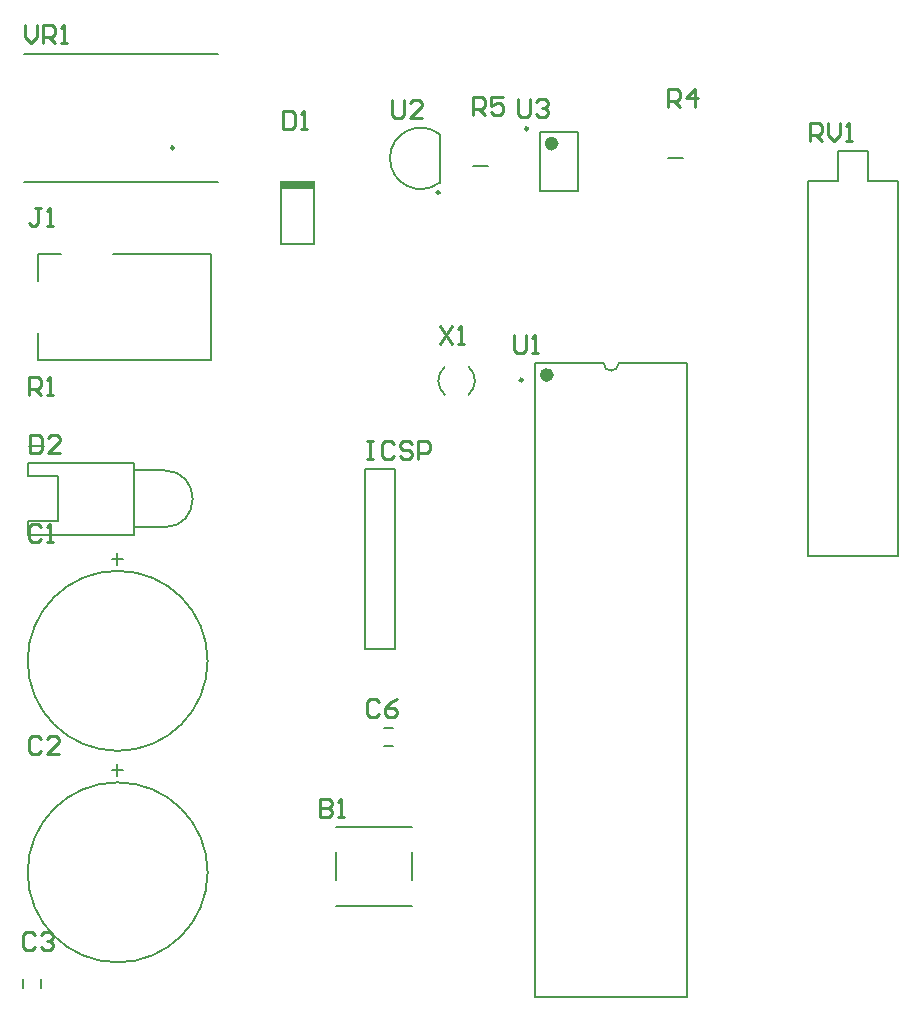
<source format=gto>
G04*
G04 #@! TF.GenerationSoftware,Altium Limited,Altium Designer,23.1.1 (15)*
G04*
G04 Layer_Color=65535*
%FSLAX44Y44*%
%MOMM*%
G71*
G04*
G04 #@! TF.SameCoordinates,D6B2EDEF-5A9D-4844-A5D7-26F624485CE4*
G04*
G04*
G04 #@! TF.FilePolarity,Positive*
G04*
G01*
G75*
%ADD10C,0.1270*%
%ADD11C,0.2000*%
%ADD12C,0.6000*%
%ADD13C,0.2500*%
%ADD14C,0.2540*%
%ADD15C,0.1500*%
%ADD16R,2.8000X0.8000*%
D10*
X552450Y770890D02*
G03*
X552450Y819150I0J24130D01*
G01*
X436880Y764540D02*
X527050D01*
Y825500D01*
X436880D02*
X527050D01*
Y770890D02*
X552450D01*
X527050Y819150D02*
X552450D01*
X436880Y764540D02*
Y775970D01*
X462280D01*
Y814070D01*
X436880D02*
X462280D01*
X436880D02*
Y825500D01*
D11*
X789879Y906643D02*
G03*
X790041Y883197I10221J-11652D01*
G01*
X810159Y883297D02*
G03*
X810321Y906742I-10059J11793D01*
G01*
X924560Y909850D02*
G03*
X937260Y909850I6350J0D01*
G01*
X589280Y478790D02*
G03*
X589280Y478790I-76200J0D01*
G01*
X785627Y1103798D02*
G03*
X785627Y1062822I-16007J-20488D01*
G01*
X589280Y657860D02*
G03*
X589280Y657860I-76200J0D01*
G01*
X866410Y372850D02*
X995410D01*
X937260Y909850D02*
X995410D01*
X866410D02*
X924560D01*
X995410Y372850D02*
Y909850D01*
X866410Y372850D02*
Y909850D01*
X722630Y820420D02*
X748030D01*
X722630Y668020D02*
X748030D01*
X722630D02*
Y820420D01*
X748030Y668020D02*
Y820420D01*
X738480Y585590D02*
X746480D01*
X738480Y600590D02*
X746480D01*
X698250Y517120D02*
Y517370D01*
Y472120D02*
Y495620D01*
Y517370D02*
X762250D01*
Y450370D02*
Y450620D01*
Y472120D02*
Y495620D01*
Y517120D02*
Y517370D01*
X698250Y450370D02*
Y450620D01*
Y450370D02*
X762250D01*
X1097420Y746760D02*
Y1064260D01*
X1122820D01*
Y1089660D01*
X1148220D01*
Y1064260D02*
Y1089660D01*
Y1064260D02*
X1173620D01*
Y746760D02*
Y1064260D01*
X1097420Y746760D02*
X1173620D01*
X979020Y1083360D02*
X992020D01*
X870460Y1055770D02*
X902460D01*
X870460Y1105770D02*
X902460D01*
Y1055770D02*
Y1105770D01*
X870460Y1055770D02*
Y1105770D01*
X813920Y1076400D02*
X826920D01*
X785620Y1062822D02*
Y1103798D01*
X433840Y1063350D02*
X597840D01*
X433840Y1171850D02*
X597840D01*
X651480Y1010860D02*
X679480D01*
X651480D02*
Y1063860D01*
X679480Y1010860D02*
Y1063860D01*
X508820Y1002580D02*
X591820D01*
X445820D02*
X464820D01*
X445820Y979580D02*
Y1002580D01*
X591820Y912580D02*
Y1002580D01*
X445820Y912580D02*
X591820D01*
X445820Y935580D02*
X445820Y912580D01*
X438000Y839520D02*
X451000D01*
X448190Y380810D02*
Y388810D01*
X433190Y380810D02*
Y388810D01*
D12*
X879410Y899850D02*
G03*
X879410Y899850I-3000J0D01*
G01*
X883460Y1095770D02*
G03*
X883460Y1095770I-3000J0D01*
G01*
D13*
X855960Y895650D02*
G03*
X855960Y895650I-1250J0D01*
G01*
X860460Y1108320D02*
G03*
X860460Y1108320I-1250J0D01*
G01*
X785670Y1054310D02*
G03*
X785670Y1054310I-1250J0D01*
G01*
X560590Y1092200D02*
G03*
X560590Y1092200I-1250J0D01*
G01*
D14*
X438912Y848863D02*
Y833628D01*
X446530D01*
X449069Y836167D01*
Y846324D01*
X446530Y848863D01*
X438912D01*
X464304Y833628D02*
X454147D01*
X464304Y843785D01*
Y846324D01*
X461765Y848863D01*
X456686D01*
X454147Y846324D01*
X786130Y941065D02*
X796287Y925830D01*
Y941065D02*
X786130Y925830D01*
X801365D02*
X806443D01*
X803904D01*
Y941065D01*
X801365Y938526D01*
X848614Y933699D02*
Y921003D01*
X851153Y918464D01*
X856232D01*
X858771Y921003D01*
Y933699D01*
X863849Y918464D02*
X868927D01*
X866388D01*
Y933699D01*
X863849Y931160D01*
X724154Y844291D02*
X729232D01*
X726693D01*
Y829056D01*
X724154D01*
X729232D01*
X747007Y841752D02*
X744467Y844291D01*
X739389D01*
X736850Y841752D01*
Y831595D01*
X739389Y829056D01*
X744467D01*
X747007Y831595D01*
X762242Y841752D02*
X759703Y844291D01*
X754624D01*
X752085Y841752D01*
Y839213D01*
X754624Y836674D01*
X759703D01*
X762242Y834134D01*
Y831595D01*
X759703Y829056D01*
X754624D01*
X752085Y831595D01*
X767320Y829056D02*
Y844291D01*
X774938D01*
X777477Y841752D01*
Y836674D01*
X774938Y834134D01*
X767320D01*
X734565Y623312D02*
X732026Y625851D01*
X726947D01*
X724408Y623312D01*
Y613155D01*
X726947Y610616D01*
X732026D01*
X734565Y613155D01*
X749800Y625851D02*
X744721Y623312D01*
X739643Y618233D01*
Y613155D01*
X742182Y610616D01*
X747261D01*
X749800Y613155D01*
Y615694D01*
X747261Y618233D01*
X739643D01*
X684784Y541269D02*
Y526034D01*
X692402D01*
X694941Y528573D01*
Y531112D01*
X692402Y533652D01*
X684784D01*
X692402D01*
X694941Y536191D01*
Y538730D01*
X692402Y541269D01*
X684784D01*
X700019Y526034D02*
X705097D01*
X702558D01*
Y541269D01*
X700019Y538730D01*
X1099058Y1098296D02*
Y1113531D01*
X1106675D01*
X1109215Y1110992D01*
Y1105913D01*
X1106675Y1103374D01*
X1099058D01*
X1104136D02*
X1109215Y1098296D01*
X1114293Y1113531D02*
Y1103374D01*
X1119371Y1098296D01*
X1124450Y1103374D01*
Y1113531D01*
X1129528Y1098296D02*
X1134606D01*
X1132067D01*
Y1113531D01*
X1129528Y1110992D01*
X979424Y1126998D02*
Y1142233D01*
X987041D01*
X989581Y1139694D01*
Y1134615D01*
X987041Y1132076D01*
X979424D01*
X984502D02*
X989581Y1126998D01*
X1002277D02*
Y1142233D01*
X994659Y1134615D01*
X1004816D01*
X448561Y591816D02*
X446021Y594355D01*
X440943D01*
X438404Y591816D01*
Y581659D01*
X440943Y579120D01*
X446021D01*
X448561Y581659D01*
X463796Y579120D02*
X453639D01*
X463796Y589277D01*
Y591816D01*
X461257Y594355D01*
X456178D01*
X453639Y591816D01*
X851662Y1133597D02*
Y1120901D01*
X854201Y1118362D01*
X859279D01*
X861819Y1120901D01*
Y1133597D01*
X866897Y1131058D02*
X869436Y1133597D01*
X874515D01*
X877054Y1131058D01*
Y1128519D01*
X874515Y1125980D01*
X871975D01*
X874515D01*
X877054Y1123440D01*
Y1120901D01*
X874515Y1118362D01*
X869436D01*
X866897Y1120901D01*
X814324Y1120140D02*
Y1135375D01*
X821942D01*
X824481Y1132836D01*
Y1127757D01*
X821942Y1125218D01*
X814324D01*
X819402D02*
X824481Y1120140D01*
X839716Y1135375D02*
X829559D01*
Y1127757D01*
X834637Y1130297D01*
X837177D01*
X839716Y1127757D01*
Y1122679D01*
X837177Y1120140D01*
X832098D01*
X829559Y1122679D01*
X745236Y1133089D02*
Y1120393D01*
X747775Y1117854D01*
X752853D01*
X755393Y1120393D01*
Y1133089D01*
X770628Y1117854D02*
X760471D01*
X770628Y1128011D01*
Y1130550D01*
X768089Y1133089D01*
X763010D01*
X760471Y1130550D01*
X434340Y1195827D02*
Y1185670D01*
X439418Y1180592D01*
X444497Y1185670D01*
Y1195827D01*
X449575Y1180592D02*
Y1195827D01*
X457193D01*
X459732Y1193288D01*
Y1188210D01*
X457193Y1185670D01*
X449575D01*
X454653D02*
X459732Y1180592D01*
X464810D02*
X469888D01*
X467349D01*
Y1195827D01*
X464810Y1193288D01*
X653034Y1123437D02*
Y1108202D01*
X660651D01*
X663191Y1110741D01*
Y1120898D01*
X660651Y1123437D01*
X653034D01*
X668269Y1108202D02*
X673347D01*
X670808D01*
Y1123437D01*
X668269Y1120898D01*
X448307Y1041395D02*
X443228D01*
X445768D01*
Y1028699D01*
X443228Y1026160D01*
X440689D01*
X438150Y1028699D01*
X453385Y1026160D02*
X458463D01*
X455924D01*
Y1041395D01*
X453385Y1038856D01*
X438404Y883158D02*
Y898393D01*
X446021D01*
X448561Y895854D01*
Y890776D01*
X446021Y888236D01*
X438404D01*
X443482D02*
X448561Y883158D01*
X453639D02*
X458717D01*
X456178D01*
Y898393D01*
X453639Y895854D01*
X448561Y770886D02*
X446021Y773425D01*
X440943D01*
X438404Y770886D01*
Y760729D01*
X440943Y758190D01*
X446021D01*
X448561Y760729D01*
X453639Y758190D02*
X458717D01*
X456178D01*
Y773425D01*
X453639Y770886D01*
X443481Y425700D02*
X440942Y428239D01*
X435863D01*
X433324Y425700D01*
Y415543D01*
X435863Y413004D01*
X440942D01*
X443481Y415543D01*
X448559Y425700D02*
X451098Y428239D01*
X456177D01*
X458716Y425700D01*
Y423161D01*
X456177Y420621D01*
X453637D01*
X456177D01*
X458716Y418082D01*
Y415543D01*
X456177Y413004D01*
X451098D01*
X448559Y415543D01*
D15*
X512950Y560109D02*
Y570106D01*
X507952Y565107D02*
X517949D01*
X512950Y739179D02*
Y749176D01*
X507952Y744177D02*
X517949D01*
D16*
X665484Y1060860D02*
D03*
M02*

</source>
